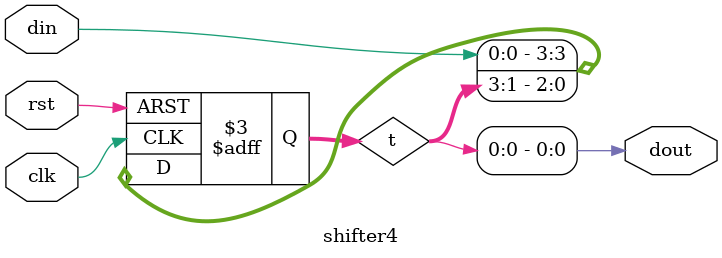
<source format=v>
module shifter4(din,clk,rst,dout);
	input din;
	input clk;
	input rst;
	output dout;
	wire dout;
	reg [3:0] t;
	assign dout = t[0];
	always @(posedge clk or negedge rst)
	begin
		if(!rst) begin
			t <= 4'b0000;//¸³³õÖµ
		end
		else begin
			t = {din,t[3],t[2],t[1]};//ÀûÓÃÆ´½Ó·û½øÐÐÒÆÎ»ÔËËã
		end
	end
endmodule
</source>
